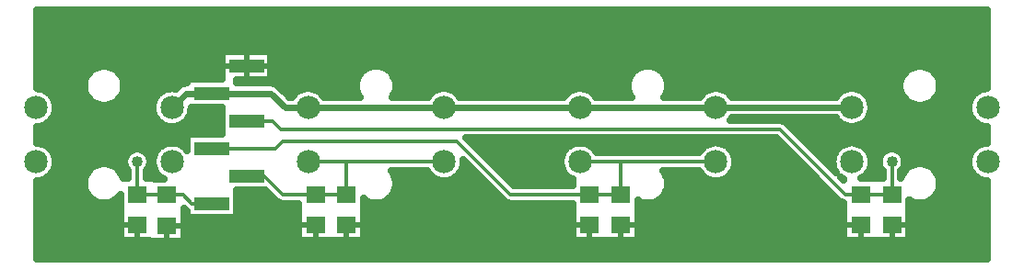
<source format=gbr>
G04 DipTrace 3.3.1.3*
G04 Top.gbr*
%MOIN*%
G04 #@! TF.FileFunction,Copper,L1,Top*
G04 #@! TF.Part,Single*
G04 #@! TA.AperFunction,Conductor*
%ADD13C,0.012*%
%ADD14C,0.022*%
G04 #@! TA.AperFunction,CopperBalancing*
%ADD15C,0.025*%
%ADD16C,0.02*%
%ADD17R,0.070866X0.062992*%
%ADD33R,0.125197X0.05*%
G04 #@! TA.AperFunction,ComponentPad*
%ADD35C,0.085*%
G04 #@! TA.AperFunction,ViaPad*
%ADD36C,0.04*%
%FSLAX26Y26*%
G04*
G70*
G90*
G75*
G01*
G04 Top*
%LPD*%
X3624951Y668627D2*
D13*
X3737450D1*
Y787360D1*
X3624951Y668627D2*
X3568774D1*
X3331201Y906201D1*
X1524950D1*
X1495324Y935827D1*
X1401181D1*
X2608268Y787360D2*
X2756201D1*
X3100394D1*
X2643701Y668627D2*
X2756201D1*
Y787360D1*
X2643701Y668627D2*
X2356276D1*
X2162451Y862451D1*
X1531202D1*
X1504577Y835827D1*
X1275984D1*
X1624016Y787360D2*
X1762451D1*
X2116142D1*
X1401181Y735827D2*
X1464075D1*
X1531274Y668627D1*
X1651329D1*
X1762451D1*
Y787360D1*
X1275984Y635827D2*
X1201575D1*
X1170965Y666437D1*
X1112451D1*
X1008465D1*
X1006201Y668701D1*
Y787360D1*
X1624016Y984210D2*
D14*
X2116142D1*
X2608268D1*
X3100394D1*
X3592520D1*
X1624016D2*
X1540692D1*
X1489075Y1035827D1*
X1275984D1*
X1183507D1*
X1131890Y984210D1*
D36*
X3737450Y787360D3*
X1006201D3*
X644939Y1313025D2*
D15*
X4079474D1*
X644939Y1288156D2*
X4079474D1*
X644939Y1263287D2*
X4079474D1*
X644939Y1238419D2*
X4079474D1*
X644939Y1213550D2*
X4079474D1*
X644939Y1188681D2*
X4079474D1*
X644939Y1163812D2*
X1309574D1*
X1492775D2*
X4079474D1*
X644939Y1138944D2*
X1309574D1*
X1492775D2*
X4079474D1*
X644939Y1114075D2*
X833068D1*
X938579D2*
X1309574D1*
X1492775D2*
X1817335D1*
X1922847D2*
X2801567D1*
X2907078D2*
X3785834D1*
X3891346D2*
X4079474D1*
X644939Y1089206D2*
X816633D1*
X955014D2*
X1309574D1*
X1492775D2*
X1800864D1*
X1939282D2*
X2785132D1*
X2923549D2*
X3769363D1*
X3907781D2*
X4079474D1*
X644939Y1064337D2*
X811645D1*
X960002D2*
X1156671D1*
X1515920D2*
X1795912D1*
X1944234D2*
X2780144D1*
X2928501D2*
X3764411D1*
X3912769D2*
X4079474D1*
X683586Y1039469D2*
X815592D1*
X956055D2*
X1088097D1*
X1540967D2*
X1580213D1*
X1667818D2*
X1799860D1*
X1940322D2*
X2072328D1*
X2159934D2*
X2564444D1*
X2652085D2*
X2784091D1*
X2924554D2*
X3056596D1*
X3144201D2*
X3548711D1*
X3636317D2*
X3768358D1*
X3908821D2*
X4040827D1*
X704220Y1014600D2*
X830412D1*
X941271D2*
X1067463D1*
X3656950D2*
X3783143D1*
X3894001D2*
X4020194D1*
X711038Y989731D2*
X1060610D1*
X3663804D2*
X4013376D1*
X708490Y964862D2*
X1063157D1*
X1200606D2*
X1309574D1*
X3661256D2*
X4015923D1*
X695213Y939993D2*
X1076434D1*
X1187365D2*
X1309574D1*
X3155863D2*
X3537049D1*
X3647979D2*
X4029201D1*
X644939Y915125D2*
X1309574D1*
X3370738D2*
X4079474D1*
X644939Y890256D2*
X1309574D1*
X3395606D2*
X4079474D1*
X644939Y865387D2*
X1184410D1*
X2207983D2*
X3323574D1*
X3420473D2*
X4079474D1*
X686242Y840518D2*
X1085405D1*
X2232850D2*
X2561789D1*
X2654741D2*
X3053904D1*
X3146856D2*
X3348442D1*
X3445341D2*
X3546056D1*
X3639008D2*
X4038172D1*
X705189Y815650D2*
X966808D1*
X1045586D2*
X1066459D1*
X2257718D2*
X2542842D1*
X3165803D2*
X3373309D1*
X3470209D2*
X3527109D1*
X3657955D2*
X3698061D1*
X3776839D2*
X4019225D1*
X711181Y790781D2*
X957335D1*
X2282586D2*
X2536849D1*
X3171796D2*
X3398177D1*
X3495077D2*
X3521116D1*
X3663912D2*
X3688588D1*
X3786313D2*
X4013232D1*
X707844Y765912D2*
X840245D1*
X931403D2*
X962466D1*
X1049964D2*
X1063803D1*
X2184227D2*
X2210554D1*
X2307454D2*
X2540186D1*
X3168459D2*
X3423045D1*
X3660610D2*
X3693683D1*
X3884169D2*
X4016569D1*
X693383Y741043D2*
X819396D1*
X952251D2*
X971222D1*
X1041208D2*
X1078265D1*
X1936519D2*
X2062496D1*
X2169766D2*
X2235422D1*
X2332321D2*
X2554648D1*
X2920750D2*
X3046763D1*
X3154033D2*
X3447913D1*
X3646149D2*
X3702475D1*
X3905018D2*
X4030995D1*
X644939Y716175D2*
X812040D1*
X1943875D2*
X2260290D1*
X2357189D2*
X2579264D1*
X2928106D2*
X3472780D1*
X3912374D2*
X4079474D1*
X644939Y691306D2*
X813762D1*
X1942153D2*
X2285157D1*
X2926384D2*
X3497648D1*
X3910651D2*
X4079474D1*
X644939Y666437D2*
X825353D1*
X1367575D2*
X1485012D1*
X1930526D2*
X2310025D1*
X2914793D2*
X3522516D1*
X3899061D2*
X4079474D1*
X644939Y641568D2*
X857972D1*
X913676D2*
X941761D1*
X1367575D2*
X1510777D1*
X1826893D2*
X1842203D1*
X1897943D2*
X2335790D1*
X2882175D2*
X3548281D1*
X3866442D2*
X4079474D1*
X644939Y616699D2*
X941761D1*
X1367575D2*
X1586887D1*
X1826893D2*
X2579264D1*
X2820633D2*
X3560517D1*
X3801886D2*
X4079474D1*
X644939Y591831D2*
X941761D1*
X1367575D2*
X1586887D1*
X1826893D2*
X2579264D1*
X2820633D2*
X3560517D1*
X3801886D2*
X4079474D1*
X644939Y566962D2*
X941761D1*
X1176886D2*
X1586887D1*
X1826893D2*
X2579264D1*
X2820633D2*
X3560517D1*
X3801886D2*
X4079474D1*
X644939Y542093D2*
X941761D1*
X1176886D2*
X1586887D1*
X1826893D2*
X2579264D1*
X2820633D2*
X3560517D1*
X3801886D2*
X4079474D1*
X644939Y517224D2*
X941761D1*
X1176886D2*
X1586887D1*
X1826893D2*
X2579264D1*
X2820633D2*
X3560517D1*
X3801886D2*
X4079474D1*
X644939Y492356D2*
X4079474D1*
X644939Y467487D2*
X4079474D1*
X644939Y442618D2*
X4079474D1*
X1365075Y684340D2*
Y584335D1*
X1186894D1*
X1186824Y606876D1*
X1182476Y609540D1*
X1178599Y612851D1*
X1174362Y617089D1*
X1174377Y498212D1*
X1050527D1*
Y500473D1*
X944276Y500476D1*
Y667087D1*
X940338Y662063D1*
X932383Y654109D1*
X923283Y647497D1*
X913260Y642390D1*
X902562Y638914D1*
X891451Y637154D1*
X880202D1*
X869092Y638914D1*
X858394Y642390D1*
X848371Y647497D1*
X839270Y654109D1*
X831316Y662063D1*
X824704Y671163D1*
X819597Y681186D1*
X816121Y691885D1*
X814361Y702995D1*
Y714244D1*
X816121Y725354D1*
X819597Y736053D1*
X824704Y746075D1*
X831316Y755176D1*
X839270Y763130D1*
X848371Y769742D1*
X858394Y774849D1*
X869092Y778325D1*
X880202Y780085D1*
X891451D1*
X902562Y778325D1*
X913260Y774849D1*
X923283Y769742D1*
X932383Y763130D1*
X940338Y755176D1*
X946949Y746075D1*
X952056Y736053D1*
X955156Y726687D1*
X973737Y726689D1*
X973709Y754141D1*
X968588Y760032D1*
X964776Y766253D1*
X961984Y772993D1*
X960281Y780087D1*
X959709Y787360D1*
X960281Y794633D1*
X961984Y801726D1*
X964776Y808467D1*
X968588Y814687D1*
X973326Y820234D1*
X978873Y824973D1*
X985094Y828784D1*
X991834Y831576D1*
X998928Y833279D1*
X1006201Y833852D1*
X1013474Y833279D1*
X1020568Y831576D1*
X1027308Y828784D1*
X1033528Y824973D1*
X1039076Y820234D1*
X1043814Y814687D1*
X1047626Y808467D1*
X1050417Y801726D1*
X1052121Y794633D1*
X1052693Y787360D1*
X1052121Y780087D1*
X1050417Y772993D1*
X1047626Y766253D1*
X1043814Y760032D1*
X1038688Y754127D1*
X1038693Y726679D1*
X1068126Y726689D1*
Y724428D1*
X1103599Y724425D1*
X1095841Y728534D1*
X1087083Y734898D1*
X1079428Y742553D1*
X1073064Y751311D1*
X1068149Y760957D1*
X1064804Y771254D1*
X1063110Y781947D1*
Y792773D1*
X1064804Y803465D1*
X1068149Y813762D1*
X1073064Y823408D1*
X1079428Y832166D1*
X1087083Y839822D1*
X1095841Y846185D1*
X1105488Y851100D1*
X1115784Y854445D1*
X1126477Y856139D1*
X1137303D1*
X1147996Y854445D1*
X1158292Y851100D1*
X1167938Y846185D1*
X1176697Y839822D1*
X1184352Y832166D1*
X1186906Y828926D1*
X1186894Y887319D1*
X1312094D1*
X1312091Y984344D1*
X1200882Y984210D1*
X1200032Y973417D1*
X1197505Y962890D1*
X1193362Y952888D1*
X1187706Y943657D1*
X1180675Y935425D1*
X1172442Y928394D1*
X1163212Y922738D1*
X1153210Y918595D1*
X1142683Y916067D1*
X1131890Y915218D1*
X1121097Y916067D1*
X1110570Y918595D1*
X1100568Y922738D1*
X1091337Y928394D1*
X1083105Y935425D1*
X1076074Y943657D1*
X1070417Y952888D1*
X1066274Y962890D1*
X1063747Y973417D1*
X1062898Y984210D1*
X1063747Y995003D1*
X1066274Y1005530D1*
X1070417Y1015532D1*
X1076074Y1024763D1*
X1083105Y1032995D1*
X1091337Y1040026D1*
X1100568Y1045682D1*
X1110570Y1049825D1*
X1121097Y1052353D1*
X1131890Y1053202D1*
X1142683Y1052353D1*
X1146273Y1051638D1*
X1159157Y1064336D1*
X1163917Y1067794D1*
X1169159Y1070465D1*
X1174754Y1072283D1*
X1180565Y1073203D1*
X1183518Y1073319D1*
X1186894Y1076198D1*
Y1087319D1*
X1312094D1*
X1312091Y1187319D1*
X1490272D1*
Y1084335D1*
X1365072D1*
X1365075Y1073288D1*
X1492016Y1073203D1*
X1497827Y1072283D1*
X1503422Y1070465D1*
X1508664Y1067794D1*
X1513424Y1064336D1*
X1548064Y1029859D1*
X1556210Y1021714D1*
X1566133Y1021702D1*
X1571554Y1029017D1*
X1579209Y1036672D1*
X1587967Y1043035D1*
X1597614Y1047950D1*
X1607910Y1051296D1*
X1618603Y1052989D1*
X1629429D1*
X1640122Y1051296D1*
X1650418Y1047950D1*
X1660064Y1043035D1*
X1668823Y1036672D1*
X1676478Y1029017D1*
X1681865Y1021719D1*
X1811439Y1021702D1*
X1806206Y1030405D1*
X1801901Y1040798D1*
X1799275Y1051736D1*
X1798392Y1062950D1*
X1799275Y1074164D1*
X1801901Y1085102D1*
X1806206Y1095495D1*
X1812083Y1105086D1*
X1819389Y1113640D1*
X1827943Y1120946D1*
X1837534Y1126823D1*
X1847926Y1131128D1*
X1858865Y1133754D1*
X1870079Y1134636D1*
X1881293Y1133754D1*
X1892231Y1131128D1*
X1902624Y1126823D1*
X1912215Y1120946D1*
X1920769Y1113640D1*
X1928074Y1105086D1*
X1933952Y1095495D1*
X1938257Y1085102D1*
X1940883Y1074164D1*
X1941765Y1062950D1*
X1940883Y1051736D1*
X1938257Y1040798D1*
X1933952Y1030405D1*
X1928673Y1021710D1*
X2058250Y1021702D1*
X2063680Y1029017D1*
X2071335Y1036672D1*
X2080093Y1043035D1*
X2089740Y1047950D1*
X2100036Y1051296D1*
X2110729Y1052989D1*
X2121555D1*
X2132248Y1051296D1*
X2142544Y1047950D1*
X2152190Y1043035D1*
X2160949Y1036672D1*
X2168604Y1029017D1*
X2173991Y1021719D1*
X2550376Y1021702D1*
X2555806Y1029017D1*
X2563461Y1036672D1*
X2572219Y1043035D1*
X2581866Y1047950D1*
X2592162Y1051296D1*
X2602855Y1052989D1*
X2613681D1*
X2624374Y1051296D1*
X2634670Y1047950D1*
X2644316Y1043035D1*
X2653075Y1036672D1*
X2660730Y1029017D1*
X2666117Y1021719D1*
X2795691Y1021702D1*
X2790458Y1030405D1*
X2786153Y1040798D1*
X2783527Y1051736D1*
X2782644Y1062950D1*
X2783527Y1074164D1*
X2786153Y1085102D1*
X2790458Y1095495D1*
X2796335Y1105086D1*
X2803641Y1113640D1*
X2812195Y1120946D1*
X2821786Y1126823D1*
X2832178Y1131128D1*
X2843116Y1133754D1*
X2854331Y1134636D1*
X2865545Y1133754D1*
X2876483Y1131128D1*
X2886876Y1126823D1*
X2896467Y1120946D1*
X2905021Y1113640D1*
X2912326Y1105086D1*
X2918204Y1095495D1*
X2922508Y1085102D1*
X2925134Y1074164D1*
X2926017Y1062950D1*
X2925134Y1051736D1*
X2922508Y1040798D1*
X2918204Y1030405D1*
X2912925Y1021710D1*
X3042502Y1021702D1*
X3047932Y1029017D1*
X3055587Y1036672D1*
X3064345Y1043035D1*
X3073992Y1047950D1*
X3084288Y1051296D1*
X3094981Y1052989D1*
X3105807D1*
X3116500Y1051296D1*
X3126796Y1047950D1*
X3136442Y1043035D1*
X3145201Y1036672D1*
X3152856Y1029017D1*
X3158243Y1021719D1*
X3534628Y1021702D1*
X3540058Y1029017D1*
X3547713Y1036672D1*
X3556471Y1043035D1*
X3566118Y1047950D1*
X3576414Y1051296D1*
X3587107Y1052989D1*
X3597933D1*
X3608626Y1051296D1*
X3618922Y1047950D1*
X3628568Y1043035D1*
X3637326Y1036672D1*
X3644982Y1029017D1*
X3651345Y1020258D1*
X3656260Y1010612D1*
X3659606Y1000316D1*
X3661299Y989623D1*
Y978797D1*
X3659606Y968104D1*
X3656260Y957808D1*
X3651345Y948162D1*
X3644982Y939403D1*
X3637326Y931748D1*
X3628568Y925385D1*
X3618922Y920470D1*
X3608626Y917124D1*
X3597933Y915431D1*
X3587107D1*
X3576414Y917124D1*
X3566118Y920470D1*
X3556471Y925385D1*
X3547713Y931748D1*
X3540058Y939403D1*
X3534670Y946701D1*
X3158285Y946718D1*
X3152856Y939403D1*
X3152209Y938704D1*
X3333750Y938593D1*
X3338786Y937795D1*
X3343635Y936220D1*
X3348178Y933905D1*
X3352303Y930908D1*
X3399646Y883706D1*
X3536704Y746807D1*
X3531047Y756038D1*
X3526904Y766040D1*
X3524377Y776567D1*
X3523528Y787360D1*
X3524377Y798152D1*
X3526904Y808679D1*
X3531047Y818681D1*
X3536704Y827912D1*
X3543735Y836144D1*
X3551967Y843175D1*
X3561198Y848832D1*
X3571200Y852975D1*
X3581727Y855502D1*
X3592520Y856352D1*
X3603312Y855502D1*
X3613839Y852975D1*
X3623841Y848832D1*
X3633072Y843175D1*
X3641304Y836144D1*
X3648335Y827912D1*
X3653992Y818681D1*
X3658135Y808679D1*
X3660662Y798152D1*
X3661512Y787360D1*
X3660662Y776567D1*
X3658135Y766040D1*
X3653992Y756038D1*
X3648335Y746807D1*
X3641304Y738575D1*
X3633072Y731544D1*
X3625152Y726621D1*
X3704986Y726615D1*
X3704958Y754139D1*
X3699837Y760032D1*
X3696025Y766253D1*
X3693233Y772993D1*
X3691530Y780087D1*
X3690958Y787360D1*
X3691530Y794633D1*
X3693233Y801726D1*
X3696025Y808467D1*
X3699837Y814687D1*
X3704575Y820234D1*
X3710123Y824973D1*
X3716343Y828784D1*
X3723083Y831576D1*
X3730177Y833279D1*
X3737450Y833852D1*
X3744723Y833279D1*
X3751817Y831576D1*
X3758557Y828784D1*
X3764778Y824973D1*
X3770325Y820234D1*
X3775063Y814687D1*
X3778875Y808467D1*
X3781667Y801726D1*
X3783370Y794633D1*
X3783942Y787360D1*
X3783370Y780087D1*
X3781667Y772993D1*
X3778875Y766253D1*
X3775063Y760032D1*
X3769938Y754127D1*
X3769942Y729263D1*
X3772353Y736053D1*
X3777460Y746075D1*
X3784072Y755176D1*
X3792026Y763130D1*
X3801127Y769742D1*
X3811149Y774849D1*
X3821848Y778325D1*
X3832958Y780085D1*
X3844207D1*
X3855318Y778325D1*
X3866016Y774849D1*
X3876039Y769742D1*
X3885139Y763130D1*
X3893093Y755176D1*
X3899705Y746075D1*
X3904812Y736053D1*
X3908288Y725354D1*
X3910048Y714244D1*
Y702995D1*
X3908288Y691885D1*
X3904812Y681186D1*
X3899705Y671163D1*
X3893093Y662063D1*
X3885139Y654109D1*
X3876039Y647497D1*
X3866016Y642390D1*
X3855318Y638914D1*
X3844207Y637154D1*
X3832958D1*
X3821848Y638914D1*
X3811149Y642390D1*
X3801127Y647497D1*
X3799390Y648657D1*
X3799375Y500403D1*
X3563026D1*
Y636655D1*
X3558734Y637725D1*
X3554023Y639677D1*
X3549676Y642341D1*
X3545799Y645652D1*
X3317763Y873688D1*
X2197153Y873709D1*
X2369718Y701136D1*
X2581808Y701120D1*
X2581776Y723678D1*
X2572219Y728534D1*
X2563461Y734898D1*
X2555806Y742553D1*
X2549442Y751311D1*
X2544527Y760957D1*
X2541182Y771254D1*
X2539488Y781947D1*
Y792773D1*
X2541182Y803465D1*
X2544527Y813762D1*
X2549442Y823408D1*
X2555806Y832166D1*
X2563461Y839822D1*
X2572219Y846185D1*
X2581866Y851100D1*
X2592162Y854445D1*
X2602855Y856139D1*
X2613681D1*
X2624374Y854445D1*
X2634670Y851100D1*
X2644316Y846185D1*
X2653075Y839822D1*
X2660730Y832166D1*
X2667093Y823408D1*
X2669089Y819845D1*
X3039506Y819852D1*
X3044578Y827912D1*
X3051609Y836144D1*
X3059841Y843175D1*
X3069072Y848832D1*
X3079074Y852975D1*
X3089601Y855502D1*
X3100394Y856352D1*
X3111186Y855502D1*
X3121713Y852975D1*
X3131715Y848832D1*
X3140946Y843175D1*
X3149179Y836144D1*
X3156210Y827912D1*
X3161866Y818681D1*
X3166009Y808679D1*
X3168536Y798152D1*
X3169386Y787360D1*
X3168536Y776567D1*
X3166009Y766040D1*
X3161866Y756038D1*
X3156210Y746807D1*
X3149179Y738575D1*
X3140946Y731544D1*
X3131715Y725887D1*
X3121713Y721744D1*
X3111186Y719217D1*
X3100394Y718367D1*
X3089601Y719217D1*
X3079074Y721744D1*
X3069072Y725887D1*
X3059841Y731544D1*
X3051609Y738575D1*
X3044578Y746807D1*
X3039573Y754875D1*
X2909095Y754867D1*
X2915453Y746075D1*
X2920560Y736053D1*
X2924036Y725354D1*
X2925796Y714244D1*
Y702995D1*
X2924036Y691885D1*
X2920560Y681186D1*
X2915453Y671163D1*
X2908841Y662063D1*
X2900887Y654109D1*
X2891787Y647497D1*
X2881764Y642390D1*
X2871066Y638914D1*
X2859955Y637154D1*
X2848706D1*
X2837596Y638914D1*
X2826898Y642390D1*
X2818122Y646798D1*
X2818126Y500403D1*
X2581776D1*
Y636153D1*
X2353726Y636235D1*
X2348690Y637033D1*
X2343841Y638608D1*
X2339298Y640923D1*
X2335174Y643920D1*
X2287830Y691122D1*
X2184786Y794166D1*
X2185134Y787360D1*
X2184284Y776567D1*
X2181757Y766040D1*
X2177614Y756038D1*
X2171958Y746807D1*
X2164927Y738575D1*
X2156694Y731544D1*
X2147464Y725887D1*
X2137461Y721744D1*
X2126934Y719217D1*
X2116142Y718367D1*
X2105349Y719217D1*
X2094822Y721744D1*
X2084820Y725887D1*
X2075589Y731544D1*
X2067357Y738575D1*
X2060326Y746807D1*
X2055321Y754875D1*
X1924843Y754867D1*
X1931201Y746075D1*
X1936308Y736053D1*
X1939784Y725354D1*
X1941544Y714244D1*
Y702995D1*
X1939784Y691885D1*
X1936308Y681186D1*
X1931201Y671163D1*
X1924589Y662063D1*
X1916635Y654109D1*
X1907535Y647497D1*
X1897512Y642390D1*
X1886814Y638914D1*
X1875703Y637154D1*
X1864454D1*
X1853344Y638914D1*
X1842646Y642390D1*
X1832623Y647497D1*
X1824368Y653442D1*
X1824377Y500403D1*
X1589404D1*
Y636153D1*
X1528725Y636235D1*
X1523689Y637033D1*
X1518840Y638608D1*
X1514297Y640923D1*
X1510172Y643920D1*
X1469604Y684347D1*
X1365072Y684335D1*
X3563024Y725046D2*
X3556471Y728534D1*
X3551219Y732133D1*
X3563029Y720323D1*
X3563026Y724979D1*
X4082003Y915322D2*
X4073853Y916067D1*
X4063326Y918595D1*
X4053324Y922738D1*
X4044093Y928394D1*
X4035861Y935425D1*
X4028830Y943657D1*
X4023173Y952888D1*
X4019030Y962890D1*
X4016503Y973417D1*
X4015654Y984210D1*
X4016503Y995003D1*
X4019030Y1005530D1*
X4023173Y1015532D1*
X4028830Y1024763D1*
X4035861Y1032995D1*
X4044093Y1040026D1*
X4053324Y1045682D1*
X4063326Y1049825D1*
X4073853Y1052353D1*
X4082003Y1053098D1*
X4081988Y1337921D1*
X642394Y1337894D1*
X642421Y1053165D1*
X650557Y1052353D1*
X661084Y1049825D1*
X671086Y1045682D1*
X680316Y1040026D1*
X688549Y1032995D1*
X695580Y1024763D1*
X701236Y1015532D1*
X705379Y1005530D1*
X707906Y995003D1*
X708756Y984210D1*
X707906Y973417D1*
X705379Y962890D1*
X701236Y952888D1*
X695580Y943657D1*
X688549Y935425D1*
X680316Y928394D1*
X671086Y922738D1*
X661084Y918595D1*
X650557Y916067D1*
X642407Y915322D1*
X642421Y856304D1*
X650557Y855502D1*
X661084Y852975D1*
X671086Y848832D1*
X680316Y843175D1*
X688549Y836144D1*
X695580Y827912D1*
X701236Y818681D1*
X705379Y808679D1*
X707906Y798152D1*
X708756Y787360D1*
X707906Y776567D1*
X705379Y766040D1*
X701236Y756038D1*
X695580Y746807D1*
X688549Y738575D1*
X680316Y731544D1*
X671086Y725887D1*
X661084Y721744D1*
X650557Y719217D1*
X642407Y718471D1*
X642421Y433732D1*
X4082016Y433760D1*
X4081988Y718417D1*
X4073853Y719217D1*
X4063326Y721744D1*
X4053324Y725887D1*
X4044093Y731544D1*
X4035861Y738575D1*
X4028830Y746807D1*
X4023173Y756038D1*
X4019030Y766040D1*
X4016503Y776567D1*
X4015654Y787360D1*
X4016503Y798152D1*
X4019030Y808679D1*
X4023173Y818681D1*
X4028830Y827912D1*
X4035861Y836144D1*
X4044093Y843175D1*
X4053324Y848832D1*
X4063326Y852975D1*
X4073853Y855502D1*
X4082003Y856248D1*
X4081988Y915277D1*
X3910048Y1057326D2*
X3908288Y1046215D1*
X3904812Y1035517D1*
X3899705Y1025494D1*
X3893093Y1016394D1*
X3885139Y1008439D1*
X3876039Y1001827D1*
X3866016Y996721D1*
X3855318Y993244D1*
X3844207Y991485D1*
X3832958D1*
X3821848Y993244D1*
X3811149Y996721D1*
X3801127Y1001827D1*
X3792026Y1008439D1*
X3784072Y1016394D1*
X3777460Y1025494D1*
X3772353Y1035517D1*
X3768877Y1046215D1*
X3767117Y1057326D1*
Y1068575D1*
X3768877Y1079685D1*
X3772353Y1090383D1*
X3777460Y1100406D1*
X3784072Y1109507D1*
X3792026Y1117461D1*
X3801127Y1124073D1*
X3811149Y1129180D1*
X3821848Y1132656D1*
X3832958Y1134415D1*
X3844207D1*
X3855318Y1132656D1*
X3866016Y1129180D1*
X3876039Y1124073D1*
X3885139Y1117461D1*
X3893093Y1109507D1*
X3899705Y1100406D1*
X3904812Y1090383D1*
X3908288Y1079685D1*
X3910048Y1068575D1*
Y1057326D1*
X957292D2*
X955532Y1046215D1*
X952056Y1035517D1*
X946949Y1025494D1*
X940338Y1016394D1*
X932383Y1008439D1*
X923283Y1001827D1*
X913260Y996721D1*
X902562Y993244D1*
X891451Y991485D1*
X880202D1*
X869092Y993244D1*
X858394Y996721D1*
X848371Y1001827D1*
X839270Y1008439D1*
X831316Y1016394D1*
X824704Y1025494D1*
X819597Y1035517D1*
X816121Y1046215D1*
X814361Y1057326D1*
Y1068575D1*
X816121Y1079685D1*
X819597Y1090383D1*
X824704Y1100406D1*
X831316Y1109507D1*
X839270Y1117461D1*
X848371Y1124073D1*
X858394Y1129180D1*
X869092Y1132656D1*
X880202Y1134415D1*
X891451D1*
X902562Y1132656D1*
X913260Y1129180D1*
X923283Y1124073D1*
X932383Y1117461D1*
X940338Y1109507D1*
X946949Y1100406D1*
X952056Y1090383D1*
X955532Y1079685D1*
X957292Y1068575D1*
Y1057326D1*
X1401181Y1187283D2*
D16*
Y1084370D1*
X1312127Y1135827D2*
X1490236D1*
X3624951Y558391D2*
Y500439D1*
X3563062Y558391D2*
X3624951D1*
X3737450D2*
Y500439D1*
Y558391D2*
X3799340D1*
X2643701D2*
Y500439D1*
X2581812Y558391D2*
X2643701D1*
X2756201D2*
Y500439D1*
Y558391D2*
X2818090D1*
X1651329D2*
Y500439D1*
X1589440Y558391D2*
X1651329D1*
X1762451D2*
Y500438D1*
Y558391D2*
X1824341D1*
X1112451Y556201D2*
Y498248D1*
Y556201D2*
X1174341D1*
X1006201Y558465D2*
Y500512D1*
X944311Y558465D2*
X1006201D1*
D17*
X3737450Y668627D3*
Y558391D3*
X2756201Y668627D3*
Y558391D3*
X1762451Y668627D3*
Y558391D3*
X1006201Y668701D3*
Y558465D3*
X3624951Y558391D3*
Y668627D3*
X2643701Y558391D3*
Y668627D3*
X1651329Y558391D3*
Y668627D3*
X1112451Y556201D3*
Y666437D3*
D33*
X1275984Y635827D3*
X1401181Y735827D3*
X1275984Y835827D3*
X1401181Y935827D3*
X1275984Y1035827D3*
X1401181Y1135827D3*
D35*
X3592520Y787360D3*
Y984210D3*
X4084646D3*
Y787360D3*
X2608268D3*
Y984210D3*
X3100394D3*
Y787360D3*
X1624016D3*
Y984210D3*
X2116142D3*
Y787360D3*
X639764D3*
Y984210D3*
X1131890D3*
Y787360D3*
M02*

</source>
